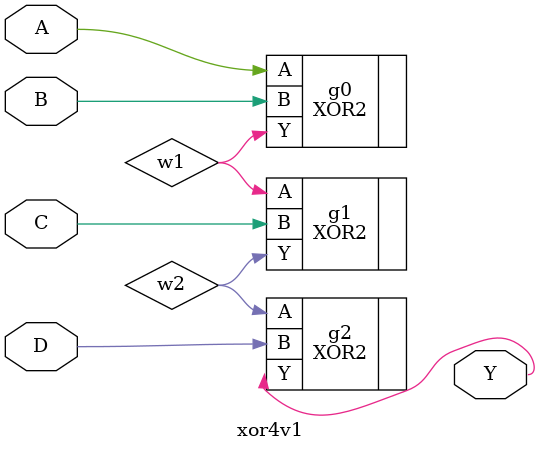
<source format=v>
module xor4v1  ( 
    A, B, C, D,
    Y  );
  input  A, B, C, D;
  output Y;
  wire w1, w2;
  XOR2 g0(.A(A), .B(B), .Y(w1));
  XOR2 g1(.A(w1), .B(C), .Y(w2));
  XOR2 g2(.A(w2), .B(D), .Y(Y));
endmodule


</source>
